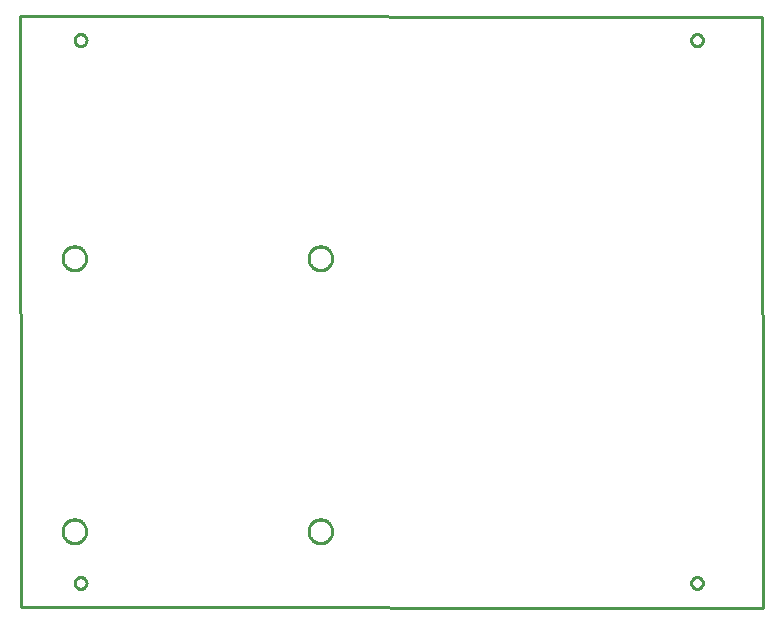
<source format=gbr>
G04 EAGLE Gerber RS-274X export*
G75*
%MOMM*%
%FSLAX34Y34*%
%LPD*%
%IN*%
%IPPOS*%
%AMOC8*
5,1,8,0,0,1.08239X$1,22.5*%
G01*
%ADD10C,0.254000*%


D10*
X10800Y477050D02*
X11500Y-23300D01*
X639500Y-23600D01*
X638800Y476750D01*
X10800Y477050D01*
X67000Y-3022D02*
X66937Y-3580D01*
X66812Y-4128D01*
X66627Y-4658D01*
X66383Y-5164D01*
X66084Y-5639D01*
X65734Y-6078D01*
X65337Y-6476D01*
X64898Y-6826D01*
X64422Y-7125D01*
X63916Y-7368D01*
X63386Y-7554D01*
X62839Y-7679D01*
X62281Y-7742D01*
X61719Y-7742D01*
X61161Y-7679D01*
X60614Y-7554D01*
X60084Y-7368D01*
X59578Y-7125D01*
X59102Y-6826D01*
X58663Y-6476D01*
X58266Y-6078D01*
X57916Y-5639D01*
X57617Y-5164D01*
X57373Y-4658D01*
X57188Y-4128D01*
X57063Y-3580D01*
X57000Y-3022D01*
X57000Y-2461D01*
X57063Y-1903D01*
X57188Y-1355D01*
X57373Y-825D01*
X57617Y-319D01*
X57916Y156D01*
X58266Y595D01*
X58663Y993D01*
X59102Y1343D01*
X59578Y1642D01*
X60084Y1885D01*
X60614Y2071D01*
X61161Y2196D01*
X61719Y2259D01*
X62281Y2259D01*
X62839Y2196D01*
X63386Y2071D01*
X63916Y1885D01*
X64422Y1642D01*
X64898Y1343D01*
X65337Y993D01*
X65734Y595D01*
X66084Y156D01*
X66383Y-319D01*
X66627Y-825D01*
X66812Y-1355D01*
X66937Y-1903D01*
X67000Y-2461D01*
X67000Y-3022D01*
X67000Y456628D02*
X66937Y456070D01*
X66812Y455522D01*
X66627Y454992D01*
X66383Y454486D01*
X66084Y454011D01*
X65734Y453572D01*
X65337Y453174D01*
X64898Y452824D01*
X64422Y452526D01*
X63916Y452282D01*
X63386Y452096D01*
X62839Y451971D01*
X62281Y451909D01*
X61719Y451909D01*
X61161Y451971D01*
X60614Y452096D01*
X60084Y452282D01*
X59578Y452526D01*
X59102Y452824D01*
X58663Y453174D01*
X58266Y453572D01*
X57916Y454011D01*
X57617Y454486D01*
X57373Y454992D01*
X57188Y455522D01*
X57063Y456070D01*
X57000Y456628D01*
X57000Y457189D01*
X57063Y457747D01*
X57188Y458295D01*
X57373Y458825D01*
X57617Y459331D01*
X57916Y459806D01*
X58266Y460245D01*
X58663Y460643D01*
X59102Y460993D01*
X59578Y461292D01*
X60084Y461535D01*
X60614Y461721D01*
X61161Y461846D01*
X61719Y461909D01*
X62281Y461909D01*
X62839Y461846D01*
X63386Y461721D01*
X63916Y461535D01*
X64422Y461292D01*
X64898Y460993D01*
X65337Y460643D01*
X65734Y460245D01*
X66084Y459806D01*
X66383Y459331D01*
X66627Y458825D01*
X66812Y458295D01*
X66937Y457747D01*
X67000Y457189D01*
X67000Y456628D01*
X588875Y-3022D02*
X588812Y-3580D01*
X588687Y-4128D01*
X588502Y-4658D01*
X588258Y-5164D01*
X587959Y-5639D01*
X587609Y-6078D01*
X587212Y-6476D01*
X586773Y-6826D01*
X586297Y-7125D01*
X585791Y-7368D01*
X585261Y-7554D01*
X584714Y-7679D01*
X584156Y-7742D01*
X583594Y-7742D01*
X583036Y-7679D01*
X582489Y-7554D01*
X581959Y-7368D01*
X581453Y-7125D01*
X580977Y-6826D01*
X580538Y-6476D01*
X580141Y-6078D01*
X579791Y-5639D01*
X579492Y-5164D01*
X579248Y-4658D01*
X579063Y-4128D01*
X578938Y-3580D01*
X578875Y-3022D01*
X578875Y-2461D01*
X578938Y-1903D01*
X579063Y-1355D01*
X579248Y-825D01*
X579492Y-319D01*
X579791Y156D01*
X580141Y595D01*
X580538Y993D01*
X580977Y1343D01*
X581453Y1642D01*
X581959Y1885D01*
X582489Y2071D01*
X583036Y2196D01*
X583594Y2259D01*
X584156Y2259D01*
X584714Y2196D01*
X585261Y2071D01*
X585791Y1885D01*
X586297Y1642D01*
X586773Y1343D01*
X587212Y993D01*
X587609Y595D01*
X587959Y156D01*
X588258Y-319D01*
X588502Y-825D01*
X588687Y-1355D01*
X588812Y-1903D01*
X588875Y-2461D01*
X588875Y-3022D01*
X588875Y456628D02*
X588812Y456070D01*
X588687Y455522D01*
X588502Y454992D01*
X588258Y454486D01*
X587959Y454011D01*
X587609Y453572D01*
X587212Y453174D01*
X586773Y452824D01*
X586297Y452526D01*
X585791Y452282D01*
X585261Y452096D01*
X584714Y451971D01*
X584156Y451909D01*
X583594Y451909D01*
X583036Y451971D01*
X582489Y452096D01*
X581959Y452282D01*
X581453Y452526D01*
X580977Y452824D01*
X580538Y453174D01*
X580141Y453572D01*
X579791Y454011D01*
X579492Y454486D01*
X579248Y454992D01*
X579063Y455522D01*
X578938Y456070D01*
X578875Y456628D01*
X578875Y457189D01*
X578938Y457747D01*
X579063Y458295D01*
X579248Y458825D01*
X579492Y459331D01*
X579791Y459806D01*
X580141Y460245D01*
X580538Y460643D01*
X580977Y460993D01*
X581453Y461292D01*
X581959Y461535D01*
X582489Y461721D01*
X583036Y461846D01*
X583594Y461909D01*
X584156Y461909D01*
X584714Y461846D01*
X585261Y461721D01*
X585791Y461535D01*
X586297Y461292D01*
X586773Y460993D01*
X587212Y460643D01*
X587609Y460245D01*
X587959Y459806D01*
X588258Y459331D01*
X588502Y458825D01*
X588687Y458295D01*
X588812Y457747D01*
X588875Y457189D01*
X588875Y456628D01*
X66660Y271733D02*
X66584Y270864D01*
X66432Y270004D01*
X66206Y269160D01*
X65908Y268340D01*
X65539Y267548D01*
X65102Y266792D01*
X64601Y266077D01*
X64040Y265408D01*
X63422Y264790D01*
X62753Y264229D01*
X62038Y263728D01*
X61282Y263291D01*
X60490Y262922D01*
X59670Y262624D01*
X58826Y262398D01*
X57967Y262246D01*
X57097Y262170D01*
X56223Y262170D01*
X55354Y262246D01*
X54494Y262398D01*
X53650Y262624D01*
X52830Y262922D01*
X52038Y263291D01*
X51282Y263728D01*
X50567Y264229D01*
X49898Y264790D01*
X49280Y265408D01*
X48719Y266077D01*
X48218Y266792D01*
X47781Y267548D01*
X47412Y268340D01*
X47114Y269160D01*
X46888Y270004D01*
X46736Y270864D01*
X46660Y271733D01*
X46660Y272607D01*
X46736Y273477D01*
X46888Y274336D01*
X47114Y275180D01*
X47412Y276000D01*
X47781Y276792D01*
X48218Y277548D01*
X48719Y278263D01*
X49280Y278932D01*
X49898Y279550D01*
X50567Y280111D01*
X51282Y280612D01*
X52038Y281049D01*
X52830Y281418D01*
X53650Y281716D01*
X54494Y281942D01*
X55354Y282094D01*
X56223Y282170D01*
X57097Y282170D01*
X57967Y282094D01*
X58826Y281942D01*
X59670Y281716D01*
X60490Y281418D01*
X61282Y281049D01*
X62038Y280612D01*
X62753Y280111D01*
X63422Y279550D01*
X64040Y278932D01*
X64601Y278263D01*
X65102Y277548D01*
X65539Y276792D01*
X65908Y276000D01*
X66206Y275180D01*
X66432Y274336D01*
X66584Y273477D01*
X66660Y272607D01*
X66660Y271733D01*
X274940Y271733D02*
X274864Y270864D01*
X274712Y270004D01*
X274486Y269160D01*
X274188Y268340D01*
X273819Y267548D01*
X273382Y266792D01*
X272881Y266077D01*
X272320Y265408D01*
X271702Y264790D01*
X271033Y264229D01*
X270318Y263728D01*
X269562Y263291D01*
X268770Y262922D01*
X267950Y262624D01*
X267106Y262398D01*
X266247Y262246D01*
X265377Y262170D01*
X264503Y262170D01*
X263634Y262246D01*
X262774Y262398D01*
X261930Y262624D01*
X261110Y262922D01*
X260318Y263291D01*
X259562Y263728D01*
X258847Y264229D01*
X258178Y264790D01*
X257560Y265408D01*
X256999Y266077D01*
X256498Y266792D01*
X256061Y267548D01*
X255692Y268340D01*
X255394Y269160D01*
X255168Y270004D01*
X255016Y270864D01*
X254940Y271733D01*
X254940Y272607D01*
X255016Y273477D01*
X255168Y274336D01*
X255394Y275180D01*
X255692Y276000D01*
X256061Y276792D01*
X256498Y277548D01*
X256999Y278263D01*
X257560Y278932D01*
X258178Y279550D01*
X258847Y280111D01*
X259562Y280612D01*
X260318Y281049D01*
X261110Y281418D01*
X261930Y281716D01*
X262774Y281942D01*
X263634Y282094D01*
X264503Y282170D01*
X265377Y282170D01*
X266247Y282094D01*
X267106Y281942D01*
X267950Y281716D01*
X268770Y281418D01*
X269562Y281049D01*
X270318Y280612D01*
X271033Y280111D01*
X271702Y279550D01*
X272320Y278932D01*
X272881Y278263D01*
X273382Y277548D01*
X273819Y276792D01*
X274188Y276000D01*
X274486Y275180D01*
X274712Y274336D01*
X274864Y273477D01*
X274940Y272607D01*
X274940Y271733D01*
X274940Y40593D02*
X274864Y39724D01*
X274712Y38864D01*
X274486Y38020D01*
X274188Y37200D01*
X273819Y36408D01*
X273382Y35652D01*
X272881Y34937D01*
X272320Y34268D01*
X271702Y33650D01*
X271033Y33089D01*
X270318Y32588D01*
X269562Y32151D01*
X268770Y31782D01*
X267950Y31484D01*
X267106Y31258D01*
X266247Y31106D01*
X265377Y31030D01*
X264503Y31030D01*
X263634Y31106D01*
X262774Y31258D01*
X261930Y31484D01*
X261110Y31782D01*
X260318Y32151D01*
X259562Y32588D01*
X258847Y33089D01*
X258178Y33650D01*
X257560Y34268D01*
X256999Y34937D01*
X256498Y35652D01*
X256061Y36408D01*
X255692Y37200D01*
X255394Y38020D01*
X255168Y38864D01*
X255016Y39724D01*
X254940Y40593D01*
X254940Y41467D01*
X255016Y42337D01*
X255168Y43196D01*
X255394Y44040D01*
X255692Y44860D01*
X256061Y45652D01*
X256498Y46408D01*
X256999Y47123D01*
X257560Y47792D01*
X258178Y48410D01*
X258847Y48971D01*
X259562Y49472D01*
X260318Y49909D01*
X261110Y50278D01*
X261930Y50576D01*
X262774Y50802D01*
X263634Y50954D01*
X264503Y51030D01*
X265377Y51030D01*
X266247Y50954D01*
X267106Y50802D01*
X267950Y50576D01*
X268770Y50278D01*
X269562Y49909D01*
X270318Y49472D01*
X271033Y48971D01*
X271702Y48410D01*
X272320Y47792D01*
X272881Y47123D01*
X273382Y46408D01*
X273819Y45652D01*
X274188Y44860D01*
X274486Y44040D01*
X274712Y43196D01*
X274864Y42337D01*
X274940Y41467D01*
X274940Y40593D01*
X66660Y40593D02*
X66584Y39724D01*
X66432Y38864D01*
X66206Y38020D01*
X65908Y37200D01*
X65539Y36408D01*
X65102Y35652D01*
X64601Y34937D01*
X64040Y34268D01*
X63422Y33650D01*
X62753Y33089D01*
X62038Y32588D01*
X61282Y32151D01*
X60490Y31782D01*
X59670Y31484D01*
X58826Y31258D01*
X57967Y31106D01*
X57097Y31030D01*
X56223Y31030D01*
X55354Y31106D01*
X54494Y31258D01*
X53650Y31484D01*
X52830Y31782D01*
X52038Y32151D01*
X51282Y32588D01*
X50567Y33089D01*
X49898Y33650D01*
X49280Y34268D01*
X48719Y34937D01*
X48218Y35652D01*
X47781Y36408D01*
X47412Y37200D01*
X47114Y38020D01*
X46888Y38864D01*
X46736Y39724D01*
X46660Y40593D01*
X46660Y41467D01*
X46736Y42337D01*
X46888Y43196D01*
X47114Y44040D01*
X47412Y44860D01*
X47781Y45652D01*
X48218Y46408D01*
X48719Y47123D01*
X49280Y47792D01*
X49898Y48410D01*
X50567Y48971D01*
X51282Y49472D01*
X52038Y49909D01*
X52830Y50278D01*
X53650Y50576D01*
X54494Y50802D01*
X55354Y50954D01*
X56223Y51030D01*
X57097Y51030D01*
X57967Y50954D01*
X58826Y50802D01*
X59670Y50576D01*
X60490Y50278D01*
X61282Y49909D01*
X62038Y49472D01*
X62753Y48971D01*
X63422Y48410D01*
X64040Y47792D01*
X64601Y47123D01*
X65102Y46408D01*
X65539Y45652D01*
X65908Y44860D01*
X66206Y44040D01*
X66432Y43196D01*
X66584Y42337D01*
X66660Y41467D01*
X66660Y40593D01*
M02*

</source>
